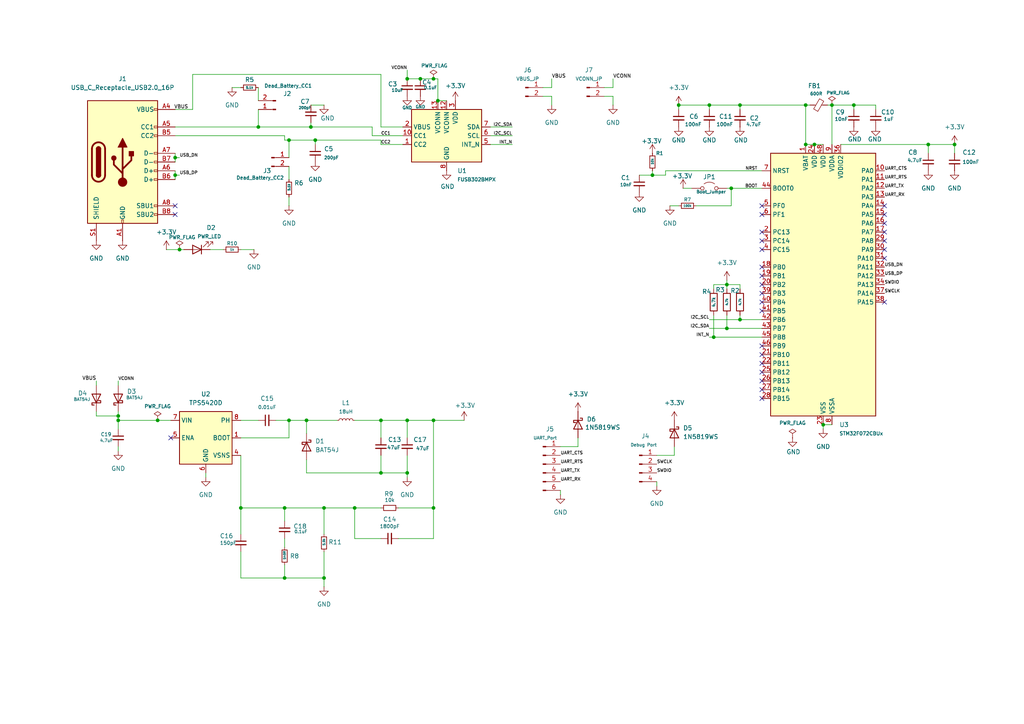
<source format=kicad_sch>
(kicad_sch (version 20250114) (generator "eeschema") (generator_version "9.0")
  (paper "A4")
  (junction (at 233.68 30.48))
  (junction (at 74.93 36.83))
  (junction (at 118.11 121.92))
  (junction (at 82.55 147.32))
  (junction (at 118.11 137.16))
  (junction (at 50.8 50.8))
  (junction (at 276.86 41.91))
  (junction (at 238.76 123.19))
  (junction (at 90.17 36.83))
  (junction (at 233.68 41.91))
  (junction (at 236.22 41.91))
  (junction (at 189.23 50.8))
  (junction (at 82.55 167.64))
  (junction (at 102.87 147.32))
  (junction (at 91.44 40.64))
  (junction (at 210.82 82.55))
  (junction (at 34.29 121.92))
  (junction (at 125.73 22.86))
  (junction (at 88.9 121.92))
  (junction (at 121.92 22.86))
  (junction (at 93.98 147.32))
  (junction (at 93.98 167.64))
  (junction (at 241.3 30.48))
  (junction (at 125.73 147.32))
  (junction (at 212.09 54.61))
  (junction (at 69.85 147.32))
  (junction (at 127 29.21))
  (junction (at 83.82 40.64))
  (junction (at 83.82 121.92))
  (junction (at 214.63 92.71))
  (junction (at 210.82 95.25))
  (junction (at 110.49 121.92))
  (junction (at 214.63 30.48))
  (junction (at 196.85 30.48))
  (junction (at 110.49 137.16))
  (junction (at 125.73 121.92))
  (junction (at 118.11 22.86))
  (junction (at 45.72 121.92))
  (junction (at 50.8 45.72))
  (junction (at 269.24 41.91))
  (junction (at 205.74 30.48))
  (junction (at 207.01 97.79))
  (junction (at 247.65 30.48))
  (junction (at 34.29 120.65))
  (junction (at 52.07 72.39))
  (no_connect (at 220.98 80.01))
  (no_connect (at 220.98 69.85))
  (no_connect (at 220.98 62.23))
  (no_connect (at 256.54 62.23))
  (no_connect (at 49.53 127))
  (no_connect (at 256.54 59.69))
  (no_connect (at 220.98 82.55))
  (no_connect (at 256.54 87.63))
  (no_connect (at 50.8 59.69))
  (no_connect (at 220.98 102.87))
  (no_connect (at 256.54 72.39))
  (no_connect (at 256.54 67.31))
  (no_connect (at 220.98 100.33))
  (no_connect (at 220.98 85.09))
  (no_connect (at 256.54 69.85))
  (no_connect (at 220.98 113.03))
  (no_connect (at 220.98 105.41))
  (no_connect (at 220.98 72.39))
  (no_connect (at 220.98 115.57))
  (no_connect (at 256.54 64.77))
  (no_connect (at 220.98 77.47))
  (no_connect (at 220.98 90.17))
  (no_connect (at 220.98 107.95))
  (no_connect (at 50.8 62.23))
  (no_connect (at 220.98 59.69))
  (no_connect (at 220.98 87.63))
  (no_connect (at 256.54 74.93))
  (no_connect (at 220.98 110.49))
  (no_connect (at 220.98 67.31))
  (wire (pts (xy 190.5 132.08) (xy 195.58 132.08)))
  (wire (pts (xy 88.9 121.92) (xy 88.9 125.73)))
  (wire (pts (xy 125.73 121.92) (xy 125.73 147.32)))
  (wire (pts (xy 110.49 40.64) (xy 110.49 41.91)))
  (wire (pts (xy 118.11 121.92) (xy 118.11 127)))
  (wire (pts (xy 50.8 36.83) (xy 74.93 36.83)))
  (wire (pts (xy 125.73 121.92) (xy 134.62 121.92)))
  (wire (pts (xy 207.01 82.55) (xy 210.82 82.55)))
  (wire (pts (xy 34.29 129.54) (xy 34.29 130.81)))
  (wire (pts (xy 90.17 35.56) (xy 90.17 36.83)))
  (wire (pts (xy 269.24 41.91) (xy 276.86 41.91)))
  (wire (pts (xy 205.74 30.48) (xy 214.63 30.48)))
  (wire (pts (xy 177.8 27.94) (xy 177.8 30.48)))
  (wire (pts (xy 205.74 30.48) (xy 205.74 31.75)))
  (wire (pts (xy 210.82 54.61) (xy 212.09 54.61)))
  (wire (pts (xy 27.94 110.49) (xy 27.94 111.76)))
  (wire (pts (xy 69.85 147.32) (xy 82.55 147.32)))
  (wire (pts (xy 167.64 127) (xy 167.64 129.54)))
  (wire (pts (xy 196.85 30.48) (xy 196.85 31.75)))
  (wire (pts (xy 110.49 36.83) (xy 116.84 36.83)))
  (wire (pts (xy 34.29 121.92) (xy 45.72 121.92)))
  (wire (pts (xy 50.8 45.72) (xy 50.8 44.45)))
  (wire (pts (xy 82.55 147.32) (xy 93.98 147.32)))
  (wire (pts (xy 127 29.21) (xy 127 22.86)))
  (wire (pts (xy 50.8 45.72) (xy 50.8 46.99)))
  (wire (pts (xy 83.82 40.64) (xy 91.44 40.64)))
  (wire (pts (xy 88.9 137.16) (xy 110.49 137.16)))
  (wire (pts (xy 177.8 22.86) (xy 177.8 25.4)))
  (wire (pts (xy 148.59 36.83) (xy 142.24 36.83)))
  (wire (pts (xy 214.63 91.44) (xy 214.63 92.71)))
  (wire (pts (xy 205.74 95.25) (xy 210.82 95.25)))
  (wire (pts (xy 162.56 142.24) (xy 162.56 143.51)))
  (wire (pts (xy 210.82 95.25) (xy 220.98 95.25)))
  (wire (pts (xy 125.73 22.86) (xy 127 22.86)))
  (wire (pts (xy 82.55 40.64) (xy 83.82 40.64)))
  (wire (pts (xy 52.07 50.8) (xy 50.8 50.8)))
  (wire (pts (xy 241.3 30.48) (xy 247.65 30.48)))
  (wire (pts (xy 118.11 137.16) (xy 118.11 138.43)))
  (wire (pts (xy 241.3 30.48) (xy 241.3 41.91)))
  (wire (pts (xy 214.63 92.71) (xy 220.98 92.71)))
  (wire (pts (xy 107.95 39.37) (xy 116.84 39.37)))
  (wire (pts (xy 69.85 147.32) (xy 69.85 154.94)))
  (wire (pts (xy 83.82 121.92) (xy 88.9 121.92)))
  (wire (pts (xy 110.49 36.83) (xy 110.49 21.59)))
  (wire (pts (xy 148.59 39.37) (xy 142.24 39.37)))
  (wire (pts (xy 233.68 30.48) (xy 234.95 30.48)))
  (wire (pts (xy 214.63 83.82) (xy 214.63 82.55)))
  (wire (pts (xy 118.11 22.86) (xy 121.92 22.86)))
  (wire (pts (xy 193.04 49.53) (xy 220.98 49.53)))
  (wire (pts (xy 125.73 156.21) (xy 125.73 147.32)))
  (wire (pts (xy 110.49 21.59) (xy 55.88 21.59)))
  (wire (pts (xy 205.74 92.71) (xy 214.63 92.71)))
  (wire (pts (xy 69.85 72.39) (xy 73.66 72.39)))
  (wire (pts (xy 102.87 121.92) (xy 110.49 121.92)))
  (wire (pts (xy 110.49 41.91) (xy 116.84 41.91)))
  (wire (pts (xy 247.65 30.48) (xy 254 30.48)))
  (wire (pts (xy 233.68 30.48) (xy 233.68 41.91)))
  (wire (pts (xy 214.63 30.48) (xy 214.63 31.75)))
  (wire (pts (xy 45.72 121.92) (xy 49.53 121.92)))
  (wire (pts (xy 195.58 132.08) (xy 195.58 129.54)))
  (wire (pts (xy 107.95 36.83) (xy 107.95 39.37)))
  (wire (pts (xy 91.44 40.64) (xy 110.49 40.64)))
  (wire (pts (xy 74.93 25.4) (xy 74.93 29.21)))
  (wire (pts (xy 110.49 137.16) (xy 118.11 137.16)))
  (wire (pts (xy 27.94 120.65) (xy 34.29 120.65)))
  (wire (pts (xy 27.94 119.38) (xy 27.94 120.65)))
  (wire (pts (xy 74.93 36.83) (xy 90.17 36.83)))
  (wire (pts (xy 74.93 31.75) (xy 74.93 36.83)))
  (wire (pts (xy 34.29 120.65) (xy 34.29 121.92)))
  (wire (pts (xy 90.17 30.48) (xy 93.98 30.48)))
  (wire (pts (xy 90.17 36.83) (xy 107.95 36.83)))
  (wire (pts (xy 83.82 40.64) (xy 83.82 45.72)))
  (wire (pts (xy 254 30.48) (xy 254 31.75)))
  (wire (pts (xy 121.92 22.86) (xy 125.73 22.86)))
  (wire (pts (xy 127 29.21) (xy 129.54 29.21)))
  (wire (pts (xy 193.04 49.53) (xy 193.04 50.8)))
  (wire (pts (xy 247.65 30.48) (xy 247.65 31.75)))
  (wire (pts (xy 88.9 121.92) (xy 97.79 121.92)))
  (wire (pts (xy 50.8 39.37) (xy 82.55 39.37)))
  (wire (pts (xy 207.01 97.79) (xy 220.98 97.79)))
  (wire (pts (xy 269.24 41.91) (xy 269.24 44.45)))
  (wire (pts (xy 189.23 50.8) (xy 185.42 50.8)))
  (wire (pts (xy 69.85 160.02) (xy 69.85 167.64)))
  (wire (pts (xy 118.11 121.92) (xy 125.73 121.92)))
  (wire (pts (xy 50.8 50.8) (xy 50.8 49.53)))
  (wire (pts (xy 34.29 124.46) (xy 34.29 121.92)))
  (wire (pts (xy 69.85 127) (xy 83.82 127)))
  (wire (pts (xy 82.55 147.32) (xy 82.55 151.13)))
  (wire (pts (xy 236.22 41.91) (xy 233.68 41.91)))
  (wire (pts (xy 243.84 41.91) (xy 269.24 41.91)))
  (wire (pts (xy 82.55 39.37) (xy 82.55 40.64)))
  (wire (pts (xy 212.09 54.61) (xy 220.98 54.61)))
  (wire (pts (xy 190.5 140.97) (xy 190.5 139.7)))
  (wire (pts (xy 69.85 121.92) (xy 74.93 121.92)))
  (wire (pts (xy 175.26 27.94) (xy 177.8 27.94)))
  (wire (pts (xy 210.82 91.44) (xy 210.82 95.25)))
  (wire (pts (xy 110.49 121.92) (xy 118.11 121.92)))
  (wire (pts (xy 93.98 147.32) (xy 102.87 147.32)))
  (wire (pts (xy 82.55 163.83) (xy 82.55 167.64)))
  (wire (pts (xy 50.8 31.75) (xy 55.88 31.75)))
  (wire (pts (xy 175.26 25.4) (xy 177.8 25.4)))
  (wire (pts (xy 80.01 121.92) (xy 83.82 121.92)))
  (wire (pts (xy 210.82 82.55) (xy 210.82 83.82)))
  (wire (pts (xy 69.85 132.08) (xy 69.85 147.32)))
  (wire (pts (xy 207.01 82.55) (xy 207.01 83.82)))
  (wire (pts (xy 83.82 127) (xy 83.82 121.92)))
  (wire (pts (xy 212.09 59.69) (xy 212.09 54.61)))
  (wire (pts (xy 118.11 132.08) (xy 118.11 137.16)))
  (wire (pts (xy 67.31 25.4) (xy 69.85 25.4)))
  (wire (pts (xy 160.02 27.94) (xy 157.48 27.94)))
  (wire (pts (xy 115.57 147.32) (xy 125.73 147.32)))
  (wire (pts (xy 50.8 50.8) (xy 50.8 52.07)))
  (wire (pts (xy 83.82 48.26) (xy 83.82 52.07)))
  (wire (pts (xy 110.49 121.92) (xy 110.49 127)))
  (wire (pts (xy 115.57 156.21) (xy 125.73 156.21)))
  (wire (pts (xy 52.07 72.39) (xy 53.34 72.39)))
  (wire (pts (xy 93.98 167.64) (xy 93.98 170.18)))
  (wire (pts (xy 196.85 30.48) (xy 205.74 30.48)))
  (wire (pts (xy 189.23 50.8) (xy 189.23 49.53)))
  (wire (pts (xy 276.86 41.91) (xy 276.86 44.45)))
  (wire (pts (xy 59.69 138.43) (xy 59.69 137.16)))
  (wire (pts (xy 52.07 45.72) (xy 50.8 45.72)))
  (wire (pts (xy 93.98 147.32) (xy 93.98 154.94)))
  (wire (pts (xy 34.29 119.38) (xy 34.29 120.65)))
  (wire (pts (xy 238.76 41.91) (xy 236.22 41.91)))
  (wire (pts (xy 88.9 133.35) (xy 88.9 137.16)))
  (wire (pts (xy 157.48 25.4) (xy 160.02 25.4)))
  (wire (pts (xy 82.55 167.64) (xy 93.98 167.64)))
  (wire (pts (xy 193.04 50.8) (xy 189.23 50.8)))
  (wire (pts (xy 240.03 30.48) (xy 241.3 30.48)))
  (wire (pts (xy 110.49 132.08) (xy 110.49 137.16)))
  (wire (pts (xy 214.63 82.55) (xy 210.82 82.55)))
  (wire (pts (xy 160.02 27.94) (xy 160.02 30.48)))
  (wire (pts (xy 210.82 81.28) (xy 210.82 82.55)))
  (wire (pts (xy 233.68 30.48) (xy 214.63 30.48)))
  (wire (pts (xy 102.87 156.21) (xy 110.49 156.21)))
  (wire (pts (xy 69.85 167.64) (xy 82.55 167.64)))
  (wire (pts (xy 102.87 147.32) (xy 110.49 147.32)))
  (wire (pts (xy 82.55 156.21) (xy 82.55 158.75)))
  (wire (pts (xy 201.93 59.69) (xy 212.09 59.69)))
  (wire (pts (xy 205.74 97.79) (xy 207.01 97.79)))
  (wire (pts (xy 83.82 57.15) (xy 83.82 59.69)))
  (wire (pts (xy 160.02 22.86) (xy 160.02 25.4)))
  (wire (pts (xy 55.88 21.59) (xy 55.88 31.75)))
  (wire (pts (xy 60.96 72.39) (xy 64.77 72.39)))
  (wire (pts (xy 194.31 59.69) (xy 196.85 59.69)))
  (wire (pts (xy 91.44 40.64) (xy 91.44 41.91)))
  (wire (pts (xy 207.01 91.44) (xy 207.01 97.79)))
  (wire (pts (xy 102.87 147.32) (xy 102.87 156.21)))
  (wire (pts (xy 93.98 160.02) (xy 93.98 167.64)))
  (wire (pts (xy 238.76 124.46) (xy 238.76 123.19)))
  (wire (pts (xy 162.56 129.54) (xy 167.64 129.54)))
  (wire (pts (xy 142.24 41.91) (xy 148.59 41.91)))
  (wire (pts (xy 198.12 54.61) (xy 200.66 54.61)))
  (wire (pts (xy 48.26 72.39) (xy 52.07 72.39)))
  (wire (pts (xy 118.11 20.32) (xy 118.11 22.86)))
  (wire (pts (xy 238.76 123.19) (xy 241.3 123.19)))
  (wire (pts (xy 34.29 110.49) (xy 34.29 111.76)))
  (label "SWCLK" (at 256.54 85.09 0) (effects (font (size 0.889 0.889))))
  (label "SWDIO" (at 190.5 137.16 0) (effects (font (size 0.889 0.889))))
  (label "UART_RX" (at 256.54 57.15 0) (effects (font (size 0.889 0.889))))
  (label "VBUS" (at 54.61 31.75 180) (effects (font (size 1.016 1.016))))
  (label "UART_CTS" (at 256.54 49.53 0) (effects (font (size 0.889 0.889))))
  (label "I2C_SDA" (at 205.74 95.25 180) (effects (font (size 0.889 0.889))))
  (label "CC2" (at 110.49 41.91 0) (effects (font (size 0.889 0.889))))
  (label "I2C_SCL" (at 205.74 92.71 180) (effects (font (size 0.889 0.889))))
  (label "SWDIO" (at 256.54 82.55 0) (effects (font (size 0.889 0.889))))
  (label "USB_DN" (at 256.54 77.47 0) (effects (font (size 0.889 0.889))))
  (label "SWCLK" (at 190.5 134.62 0) (effects (font (size 0.889 0.889))))
  (label "VBUS" (at 27.94 110.49 180) (effects (font (size 1.016 1.016))))
  (label "VCONN" (at 34.29 110.49 0) (effects (font (size 0.889 0.889))))
  (label "INT_N" (at 205.74 97.79 180) (effects (font (size 0.889 0.889))))
  (label "I2C_SDA" (at 148.59 36.83 180) (effects (font (size 0.889 0.889))))
  (label "INT_N" (at 148.59 41.91 180) (effects (font (size 0.889 0.889))))
  (label "VCONN" (at 118.11 20.32 180) (effects (font (size 0.889 0.889))))
  (label "NRST" (at 219.71 49.53 180) (effects (font (size 0.889 0.889))))
  (label "UART_RTS" (at 256.54 52.07 0) (effects (font (size 0.889 0.889))))
  (label "USB_DN" (at 52.07 45.72 0) (effects (font (size 0.889 0.889))))
  (label "UART_TX" (at 162.56 137.16 0) (effects (font (size 0.889 0.889))))
  (label "VBUS" (at 160.02 22.86 0) (effects (font (size 1.016 1.016))))
  (label "USB_DP" (at 52.07 50.8 0) (effects (font (size 0.889 0.889))))
  (label "I2C_SCL" (at 148.59 39.37 180) (effects (font (size 0.889 0.889))))
  (label "UART_RX" (at 162.56 139.7 0) (effects (font (size 0.889 0.889))))
  (label "UART_RTS" (at 162.56 134.62 0) (effects (font (size 0.889 0.889))))
  (label "UART_CTS" (at 162.56 132.08 0) (effects (font (size 0.889 0.889))))
  (label "CC1" (at 110.49 39.37 0) (effects (font (size 0.889 0.889))))
  (label "BOOT" (at 219.71 54.61 180) (effects (font (size 0.889 0.889))))
  (label "VCONN" (at 177.8 22.86 0) (effects (font (size 1.016 1.016))))
  (label "UART_TX" (at 256.54 54.61 0) (effects (font (size 0.889 0.889))))
  (label "USB_DP" (at 256.54 80.01 0) (effects (font (size 0.889 0.889))))
  (symbol (lib_id "Diode:BAT54J") (at 27.94 115.57 90) (unit 1)
    (property "Reference" "D4" (at 22.606 114.046 90) (effects (justify right)))
    (property "Value" "BAT54J" (at 21.336 115.824 90) (effects (font (size 0.889 0.889)) (justify right)))
    (property "Footprint" "Diode_SMD:D_SOD-323F" (effects (hide yes)))
    (property "Datasheet" "https://assets.nexperia.com/documents/data-sheet/BAT54J.pdf" (effects (hide yes)))
    (property "Description" "30V 200mA Schottky diode, SOD-323F" (effects (hide yes)))
  )
  (symbol (lib_id "Diode:BAT54J") (at 88.9 129.54 270) (unit 1)
    (property "Reference" "D1" (at 91.44 127.9524 90) (effects (justify left)))
    (property "Value" "BAT54J" (at 91.44 130.4924 90) (effects (justify left)))
    (property "Footprint" "Diode_SMD:D_SOD-323F" (effects (hide yes)))
    (property "Datasheet" "https://assets.nexperia.com/documents/data-sheet/BAT54J.pdf" (effects (hide yes)))
    (property "Description" "30V 200mA Schottky diode, SOD-323F" (effects (hide yes)))
  )
  (symbol (lib_name "R_Small_1") (lib_id "Device:R_Small") (at 189.23 46.99 0) (unit 1)
    (property "Reference" "R1" (at 190.246 44.45 0) (effects (font (size 1.016 1.016)) (justify left)))
    (property "Value" "10k" (at 189.23 47.752 90) (effects (font (size 0.635 0.635)) (justify left)))
    (property "Footprint" "Resistor_SMD:R_0402_1005Metric" (effects (hide yes)))
    (property "Description" "Resistor, small symbol" (effects (hide yes)))
  )
  (symbol (lib_id "power:+3.3V") (at 134.62 121.92 0) (unit 1)
    (property "Reference" "#PWR037" (effects (hide yes)))
    (property "Value" "+3.3V" (at 134.874 117.602 0))
    (property "Description" "Power symbol creates a global label with name \"+3.3V\"" (effects (hide yes)))
  )
  (symbol (lib_id "power:GND") (at 185.42 55.88 0) (unit 1)
    (property "Reference" "#PWR016" (effects (hide yes)))
    (property "Value" "GND" (at 185.42 60.96 0))
    (property "Description" "Power symbol creates a global label with name \"GND\" , ground" (effects (hide yes)))
  )
  (symbol (lib_id "power:PWR_FLAG") (at 241.3 30.48 0) (unit 1)
    (property "Reference" "#FLG03" (effects (hide yes)))
    (property "Value" "PWR_FLAG" (at 243.078 26.924 0) (effects (font (size 0.889 0.889))))
    (property "Description" "Special symbol for telling ERC where power comes from" (effects (hide yes)))
  )
  (symbol (lib_id "Device:R_Small") (at 93.98 157.48 0) (unit 1)
    (property "Reference" "R11" (at 95.25 157.226 0) (effects (justify left)))
    (property "Value" "5.9k" (at 93.98 158.242 90) (effects (font (size 0.635 0.635)) (justify left)))
    (property "Footprint" "Resistor_SMD:R_0402_1005Metric" (effects (hide yes)))
    (property "Description" "Resistor, small symbol" (effects (hide yes)))
  )
  (symbol (lib_id "Device:R_Small") (at 72.39 25.4 90) (unit 1)
    (property "Reference" "R5" (at 72.39 23.114 90))
    (property "Value" "5.1k" (at 72.39 25.4 90) (effects (font (size 0.635 0.635))))
    (property "Footprint" "Resistor_SMD:R_0402_1005Metric" (effects (hide yes)))
    (property "Description" "Resistor, small symbol" (effects (hide yes)))
  )
  (symbol (lib_id "Device:R") (at 210.82 87.63 0) (unit 1)
    (property "Reference" "R3" (at 207.518 84.074 0) (effects (justify left)))
    (property "Value" "4.7k" (at 210.82 88.646 90) (effects (font (size 0.635 0.635)) (justify left)))
    (property "Footprint" "Resistor_SMD:R_0402_1005Metric" (effects (hide yes)))
    (property "Description" "Resistor" (effects (hide yes)))
  )
  (symbol (lib_id "power:GND") (at 214.63 36.83 0) (unit 1)
    (property "Reference" "#PWR024" (effects (hide yes)))
    (property "Value" "GND" (at 214.884 40.64 0))
    (property "Description" "Power symbol creates a global label with name \"GND\" , ground" (effects (hide yes)))
  )
  (symbol (lib_id "power:GND") (at 83.82 59.69 0) (unit 1)
    (property "Reference" "#PWR05" (effects (hide yes)))
    (property "Value" "GND" (at 83.82 64.77 0))
    (property "Description" "Power symbol creates a global label with name \"GND\" , ground" (effects (hide yes)))
  )
  (symbol (lib_id "MCU_ST_STM32F0:STM32F072CBUx") (at 238.76 82.55 0) (unit 1)
    (property "Reference" "U3" (at 243.4433 123.19 0) (effects (justify left)))
    (property "Value" "STM32F072CBUx" (at 243.4433 125.73 0) (effects (font (size 1.016 1.016)) (justify left)))
    (property "Footprint" "Package_DFN_QFN:QFN-48-1EP_7x7mm_P0.5mm_EP5.6x5.6mm" (effects (hide yes)))
    (property "Datasheet" "https://www.st.com/resource/en/datasheet/stm32f072cb.pdf" (effects (hide yes)))
    (property "Description" "STMicroelectronics Arm Cortex-M0 MCU, 128KB flash, 16KB RAM, 48 MHz, 2.0-3.6V, 37 GPIO, UFQFPN48" (effects (hide yes)))
  )
  (symbol (lib_id "Device:C_Small") (at 276.86 46.99 0) (unit 1)
    (property "Reference" "C12" (at 279.146 44.196 0) (effects (justify left)))
    (property "Value" "100nF" (at 279.146 46.99 0) (effects (font (size 1.016 1.016)) (justify left)))
    (property "Footprint" "Capacitor_SMD:C_0402_1005Metric" (effects (hide yes)))
    (property "Description" "Unpolarized capacitor, small symbol" (effects (hide yes)))
  )
  (symbol (lib_id "power:GND") (at 160.02 30.48 0) (unit 1)
    (property "Reference" "#PWR015" (effects (hide yes)))
    (property "Value" "GND" (at 160.02 35.56 0))
    (property "Description" "Power symbol creates a global label with name \"GND\" , ground" (effects (hide yes)))
  )
  (symbol (lib_id "power:GND") (at 35.56 69.85 0) (unit 1)
    (property "Reference" "#PWR01" (effects (hide yes)))
    (property "Value" "GND" (at 35.56 74.93 0))
    (property "Description" "Power symbol creates a global label with name \"GND\" , ground" (effects (hide yes)))
  )
  (symbol (lib_id "Device:C_Small") (at 205.74 34.29 0) (unit 1)
    (property "Reference" "C11" (at 208.534 33.782 0) (effects (justify left)))
    (property "Value" "100nF" (at 207.772 36.068 0) (effects (font (size 1.016 1.016)) (justify left)))
    (property "Footprint" "Capacitor_SMD:C_0402_1005Metric" (effects (hide yes)))
    (property "Description" "Unpolarized capacitor, small symbol" (effects (hide yes)))
  )
  (symbol (lib_id "power:+3.3V") (at 132.08 29.21 0) (unit 1)
    (property "Reference" "#PWR08" (effects (hide yes)))
    (property "Value" "+3.3V" (at 132.08 24.892 0))
    (property "Description" "Power symbol creates a global label with name \"+3.3V\"" (effects (hide yes)))
  )
  (symbol (lib_id "power:GND") (at 121.92 27.94 0) (unit 1)
    (property "Reference" "#PWR034" (effects (hide yes)))
    (property "Value" "GND" (at 121.92 30.988 0) (effects (font (size 0.889 0.889))))
    (property "Description" "Power symbol creates a global label with name \"GND\" , ground" (effects (hide yes)))
  )
  (symbol (lib_id "power:PWR_FLAG") (at 45.72 121.92 0) (unit 1)
    (property "Reference" "#FLG01" (effects (hide yes)))
    (property "Value" "PWR_FLAG" (at 45.72 117.856 0) (effects (font (size 1.016 1.016))))
    (property "Description" "Special symbol for telling ERC where power comes from" (effects (hide yes)))
  )
  (symbol (lib_id "power:+3.3V") (at 48.26 72.39 0) (unit 1)
    (property "Reference" "#PWR04" (effects (hide yes)))
    (property "Value" "+3.3V" (at 48.26 67.31 0))
    (property "Description" "Power symbol creates a global label with name \"+3.3V\"" (effects (hide yes)))
  )
  (symbol (lib_id "Device:C_Small") (at 82.55 153.67 0) (unit 1)
    (property "Reference" "C18" (at 85.09 152.654 0) (effects (justify left)))
    (property "Value" "0.1uF" (at 85.344 154.178 0) (effects (font (size 0.889 0.889)) (justify left)))
    (property "Footprint" "Capacitor_SMD:C_0603_1608Metric" (effects (hide yes)))
    (property "Description" "Unpolarized capacitor, small symbol" (effects (hide yes)))
  )
  (symbol (lib_id "power:GND") (at 196.85 36.83 0) (unit 1)
    (property "Reference" "#PWR020" (effects (hide yes)))
    (property "Value" "GND" (at 196.85 40.64 0))
    (property "Description" "Power symbol creates a global label with name \"GND\" , ground" (effects (hide yes)))
  )
  (symbol (lib_id "power:GND") (at 91.44 46.99 0) (unit 1)
    (property "Reference" "#PWR013" (effects (hide yes)))
    (property "Value" "GND" (at 91.44 52.07 0))
    (property "Description" "Power symbol creates a global label with name \"GND\" , ground" (effects (hide yes)))
  )
  (symbol (lib_id "Regulator_Switching:TPS5420D") (at 59.69 127 0) (unit 1)
    (property "Reference" "U2" (at 59.69 114.3 0))
    (property "Value" "TPS5420D" (at 59.69 116.84 0))
    (property "Footprint" "Package_SO:SOIC-8_3.9x4.9mm_P1.27mm" (effects (hide yes)))
    (property "Datasheet" "http://www.ti.com/lit/ds/symlink/tps5420.pdf" (effects (hide yes)))
    (property "Description" "Adjustable Output, 2A Step-Down Converter, 5.5V-36V Input, 500kHz Switching Frequency" (effects (hide yes)))
  )
  (symbol (lib_id "Device:C_Small") (at 269.24 46.99 0) (unit 1)
    (property "Reference" "C8" (at 263.398 44.196 0) (effects (justify left)))
    (property "Value" "4.7uF" (at 263.144 46.482 0) (effects (font (size 1.016 1.016)) (justify left)))
    (property "Footprint" "Capacitor_SMD:C_0603_1608Metric" (effects (hide yes)))
    (property "Description" "Unpolarized capacitor, small symbol" (effects (hide yes)))
  )
  (symbol (lib_id "Connector:Conn_01x04_Pin") (at 185.42 134.62 0) (unit 1)
    (property "Reference" "J4" (at 187.198 126.492 0))
    (property "Value" "Debug Port" (at 186.69 129.032 0) (effects (font (size 0.889 0.889))))
    (property "Footprint" "Connector_PinHeader_2.54mm:PinHeader_1x04_P2.54mm_Vertical" (effects (hide yes)))
    (property "Description" "Generic connector, single row, 01x04, script generated" (effects (hide yes)))
  )
  (symbol (lib_id "power:+3.3V") (at 167.64 119.38 0) (unit 1)
    (property "Reference" "#PWR011" (effects (hide yes)))
    (property "Value" "+3.3V" (at 167.64 114.3 0))
    (property "Description" "Power symbol creates a global label with name \"+3.3V\"" (effects (hide yes)))
  )
  (symbol (lib_id "power:PWR_FLAG") (at 229.87 127 0) (unit 1)
    (property "Reference" "#FLG02" (effects (hide yes)))
    (property "Value" "PWR_FLAG" (at 229.87 122.682 0) (effects (font (size 1.016 1.016))))
    (property "Description" "Special symbol for telling ERC where power comes from" (effects (hide yes)))
  )
  (symbol (lib_id "Diode:1N5819WS") (at 167.64 123.19 270) (unit 1)
    (property "Reference" "D6" (at 170.18 121.6024 90) (effects (justify left)))
    (property "Value" "1N5819WS" (at 169.672 123.952 90) (effects (justify left)))
    (property "Footprint" "Diode_SMD:D_SOD-323" (effects (hide yes)))
    (property "Datasheet" "https://datasheet.lcsc.com/lcsc/2204281430_Guangdong-Hottech-1N5819WS_C191023.pdf" (effects (hide yes)))
    (property "Description" "40V 600mV@1A 1A SOD-323 Schottky Barrier Diodes, SOD-323" (effects (hide yes)))
  )
  (symbol (lib_id "power:GND") (at 93.98 170.18 0) (unit 1)
    (property "Reference" "#PWR039" (effects (hide yes)))
    (property "Value" "GND" (at 93.98 175.26 0))
    (property "Description" "Power symbol creates a global label with name \"GND\" , ground" (effects (hide yes)))
  )
  (symbol (lib_id "power:GND") (at 34.29 130.81 0) (unit 1)
    (property "Reference" "#PWR035" (effects (hide yes)))
    (property "Value" "GND" (at 34.29 135.89 0))
    (property "Description" "Power symbol creates a global label with name \"GND\" , ground" (effects (hide yes)))
  )
  (symbol (lib_id "power:GND") (at 93.98 30.48 0) (unit 1)
    (property "Reference" "#PWR03" (effects (hide yes)))
    (property "Value" "GND" (at 94.996 34.29 0))
    (property "Description" "Power symbol creates a global label with name \"GND\" , ground" (effects (hide yes)))
  )
  (symbol (lib_id "Diode:1N5819WS") (at 195.58 125.73 270) (unit 1)
    (property "Reference" "D5" (at 198.12 124.1424 90) (effects (justify left)))
    (property "Value" "1N5819WS" (at 198.12 126.6824 90) (effects (justify left)))
    (property "Footprint" "Diode_SMD:D_SOD-323" (effects (hide yes)))
    (property "Datasheet" "https://datasheet.lcsc.com/lcsc/2204281430_Guangdong-Hottech-1N5819WS_C191023.pdf" (effects (hide yes)))
    (property "Description" "40V 600mV@1A 1A SOD-323 Schottky Barrier Diodes, SOD-323" (effects (hide yes)))
  )
  (symbol (lib_id "Device:C_Small") (at 118.11 129.54 0) (unit 1)
    (property "Reference" "C17" (at 119.888 127.508 0) (effects (justify left)))
    (property "Value" "47uF" (at 120.65 130.048 0) (effects (font (size 1.016 1.016)) (justify left)))
    (property "Footprint" "Capacitor_SMD:C_0805_2012Metric" (effects (hide yes)))
    (property "Description" "Unpolarized capacitor, small symbol" (effects (hide yes)))
  )
  (symbol (lib_id "Device:C_Small") (at 196.85 34.29 0) (unit 1)
    (property "Reference" "C6" (at 199.898 33.782 0) (effects (justify left)))
    (property "Value" "100nF" (at 198.628 36.068 0) (effects (font (size 1.016 1.016)) (justify left)))
    (property "Footprint" "Capacitor_SMD:C_0402_1005Metric" (effects (hide yes)))
    (property "Description" "Unpolarized capacitor, small symbol" (effects (hide yes)))
  )
  (symbol (lib_id "Device:C_Small") (at 91.44 44.45 0) (unit 1)
    (property "Reference" "C5" (at 93.98 43.1862 0) (effects (justify left)))
    (property "Value" "200pF" (at 93.98 45.7263 0) (effects (font (size 0.889 0.889)) (justify left)))
    (property "Footprint" "Capacitor_SMD:C_0402_1005Metric" (effects (hide yes)))
    (property "Description" "Unpolarized capacitor, small symbol" (effects (hide yes)))
  )
  (symbol (lib_id "power:GND") (at 205.74 36.83 0) (unit 1)
    (property "Reference" "#PWR022" (effects (hide yes)))
    (property "Value" "GND" (at 205.74 40.64 0))
    (property "Description" "Power symbol creates a global label with name \"GND\" , ground" (effects (hide yes)))
  )
  (symbol (lib_id "power:GND") (at 254 36.83 0) (unit 1)
    (property "Reference" "#PWR028" (effects (hide yes)))
    (property "Value" "GND" (at 253.746 40.386 0))
    (property "Description" "Power symbol creates a global label with name \"GND\" , ground" (effects (hide yes)))
  )
  (symbol (lib_id "power:GND") (at 229.87 127 0) (unit 1)
    (property "Reference" "#PWR06" (effects (hide yes)))
    (property "Value" "GND" (at 230.124 131.064 0))
    (property "Description" "Power symbol creates a global label with name \"GND\" , ground" (effects (hide yes)))
  )
  (symbol (lib_id "power:GND") (at 162.56 143.51 0) (unit 1)
    (property "Reference" "#PWR025" (effects (hide yes)))
    (property "Value" "GND" (at 162.56 148.59 0))
    (property "Description" "Power symbol creates a global label with name \"GND\" , ground" (effects (hide yes)))
  )
  (symbol (lib_id "Device:C_Small") (at 214.63 34.29 0) (unit 1)
    (property "Reference" "C2" (at 217.424 34.29 0) (effects (justify left)))
    (property "Value" "4.7uF" (at 216.408 36.068 0) (effects (font (size 1.016 1.016)) (justify left)))
    (property "Footprint" "Capacitor_SMD:C_0603_1608Metric" (effects (hide yes)))
    (property "Description" "Unpolarized capacitor, small symbol" (effects (hide yes)))
  )
  (symbol (lib_name "R_Small_2") (lib_id "Device:R_Small") (at 199.39 59.69 90) (unit 1)
    (property "Reference" "R7" (at 199.39 57.912 90) (effects (font (size 1.016 1.016))))
    (property "Value" "100k" (at 199.39 59.69 90) (effects (font (size 0.635 0.635))))
    (property "Footprint" "Resistor_SMD:R_0603_1608Metric" (effects (hide yes)))
    (property "Description" "Resistor, small symbol" (effects (hide yes)))
  )
  (symbol (lib_id "power:+3.3V") (at 198.12 54.61 0) (unit 1)
    (property "Reference" "#PWR021" (effects (hide yes)))
    (property "Value" "+3.3V" (at 197.866 51.054 0))
    (property "Description" "Power symbol creates a global label with name \"+3.3V\"" (effects (hide yes)))
  )
  (symbol (lib_id "power:GND") (at 238.76 124.46 0) (unit 1)
    (property "Reference" "#PWR026" (effects (hide yes)))
    (property "Value" "GND" (at 238.76 129.54 0))
    (property "Description" "Power symbol creates a global label with name \"GND\" , ground" (effects (hide yes)))
  )
  (symbol (lib_id "power:+3.3V") (at 210.82 81.28 0) (unit 1)
    (property "Reference" "#PWR023" (effects (hide yes)))
    (property "Value" "+3.3V" (at 210.82 76.2 0))
    (property "Description" "Power symbol creates a global label with name \"+3.3V\"" (effects (hide yes)))
  )
  (symbol (lib_id "Device:R") (at 214.63 87.63 0) (unit 1)
    (property "Reference" "R2" (at 211.836 84.328 0) (effects (justify left)))
    (property "Value" "4.7k" (at 214.63 88.646 90) (effects (font (size 0.635 0.635)) (justify left)))
    (property "Footprint" "Resistor_SMD:R_0402_1005Metric" (effects (hide yes)))
    (property "Description" "Resistor" (effects (hide yes)))
  )
  (symbol (lib_id "Device:R_Small") (at 113.03 147.32 90) (unit 1)
    (property "Reference" "R9" (at 112.776 143.256 90))
    (property "Value" "10k" (at 113.03 145.034 90) (effects (font (size 1.016 1.016))))
    (property "Footprint" "Resistor_SMD:R_0402_1005Metric" (effects (hide yes)))
    (property "Description" "Resistor, small symbol" (effects (hide yes)))
  )
  (symbol (lib_id "power:+3.3V") (at 196.85 30.48 0) (unit 1)
    (property "Reference" "#PWR019" (effects (hide yes)))
    (property "Value" "+3.3V" (at 196.85 25.4 0))
    (property "Description" "Power symbol creates a global label with name \"+3.3V\"" (effects (hide yes)))
  )
  (symbol (lib_id "Connector:Conn_01x02_Pin") (at 80.01 31.75 180) (unit 1)
    (property "Reference" "J2" (at 83.312 27.178 0))
    (property "Value" "Dead_Battery_CC1" (at 83.566 24.892 0) (effects (font (size 1.016 1.016))))
    (property "Footprint" "Connector_PinHeader_2.54mm:PinHeader_1x02_P2.54mm_Vertical" (effects (hide yes)))
    (property "Description" "Generic connector, single row, 01x02, script generated" (effects (hide yes)))
  )
  (symbol (lib_id "power:GND") (at 59.69 138.43 0) (unit 1)
    (property "Reference" "#PWR036" (effects (hide yes)))
    (property "Value" "GND" (at 59.69 143.51 0))
    (property "Description" "Power symbol creates a global label with name \"GND\" , ground" (effects (hide yes)))
  )
  (symbol (lib_id "Device:C_Small") (at 185.42 53.34 0) (unit 1)
    (property "Reference" "C1" (at 180.086 51.562 0) (effects (justify left)))
    (property "Value" "10nF" (at 179.832 53.594 0) (effects (font (size 0.889 0.889)) (justify left)))
    (property "Footprint" "Capacitor_SMD:C_0402_1005Metric" (effects (hide yes)))
    (property "Description" "Unpolarized capacitor, small symbol" (effects (hide yes)))
  )
  (symbol (lib_id "Device:R") (at 207.01 87.63 180) (unit 1)
    (property "Reference" "R4" (at 204.978 84.582 0))
    (property "Value" "4.7k" (at 207.01 87.63 90) (effects (font (size 0.889 0.889))))
    (property "Footprint" "Resistor_SMD:R_0402_1005Metric" (effects (hide yes)))
    (property "Description" "Resistor" (effects (hide yes)))
  )
  (symbol (lib_id "Connector:Conn_01x02_Pin") (at 78.74 45.72 0) (unit 1)
    (property "Reference" "J3" (at 77.47 49.53 0))
    (property "Value" "Dead_Battery_CC2" (at 75.438 51.562 0) (effects (font (size 1.016 1.016))))
    (property "Footprint" "Connector_PinHeader_2.54mm:PinHeader_1x02_P2.54mm_Vertical" (effects (hide yes)))
    (property "Description" "Generic connector, single row, 01x02, script generated" (effects (hide yes)))
  )
  (symbol (lib_id "Device:C_Small") (at 90.17 33.02 180) (unit 1)
    (property "Reference" "C7" (at 87.122 29.464 0) (effects (justify right)))
    (property "Value" "200pF" (at 86.614 31.242 0) (effects (font (size 0.762 0.762)) (justify right)))
    (property "Footprint" "Capacitor_SMD:C_0402_1005Metric" (effects (hide yes)))
    (property "Description" "Unpolarized capacitor, small symbol" (effects (hide yes)))
  )
  (symbol (lib_id "Device:C_Small") (at 254 34.29 0) (unit 1)
    (property "Reference" "C10" (at 255.524 32.512 0) (effects (justify left)))
    (property "Value" "1uF" (at 256.286 34.544 0) (effects (font (size 1.016 1.016)) (justify left)))
    (property "Footprint" "Capacitor_SMD:C_0603_1608Metric" (effects (hide yes)))
    (property "Description" "Unpolarized capacitor, small symbol" (effects (hide yes)))
  )
  (symbol (lib_id "Connector:Conn_01x02_Pin") (at 170.18 25.4 0) (unit 1)
    (property "Reference" "J7" (at 170.815 20.32 0))
    (property "Value" "VCONN_JP" (at 170.815 22.86 0) (effects (font (size 1.016 1.016))))
    (property "Footprint" "Connector_PinHeader_2.54mm:PinHeader_1x02_P2.54mm_Vertical" (effects (hide yes)))
    (property "Description" "Generic connector, single row, 01x02, script generated" (effects (hide yes)))
  )
  (symbol (lib_id "power:GND") (at 129.54 49.53 0) (mirror y) (unit 1)
    (property "Reference" "#PWR07" (effects (hide yes)))
    (property "Value" "GND" (at 129.794 54.102 0))
    (property "Description" "Power symbol creates a global label with name \"GND\" , ground" (effects (hide yes)))
  )
  (symbol (lib_id "Device:R_Small") (at 82.55 161.29 0) (unit 1)
    (property "Reference" "R8" (at 84.074 161.29 0) (effects (justify left)))
    (property "Value" "549R" (at 82.55 162.306 90) (effects (font (size 0.635 0.635)) (justify left)))
    (property "Footprint" "Resistor_SMD:R_0402_1005Metric" (effects (hide yes)))
    (property "Description" "Resistor, small symbol" (effects (hide yes)))
  )
  (symbol (lib_id "Device:C_Small") (at 34.29 127 0) (unit 1)
    (property "Reference" "C19" (at 29.21 125.984 0) (effects (font (size 1.016 1.016)) (justify left)))
    (property "Value" "4.7uF" (at 28.956 127.762 0) (effects (font (size 0.889 0.889)) (justify left)))
    (property "Footprint" "Capacitor_SMD:C_0603_1608Metric" (effects (hide yes)))
    (property "Description" "Unpolarized capacitor, small symbol" (effects (hide yes)))
  )
  (symbol (lib_id "power:+3.3V") (at 195.58 121.92 0) (unit 1)
    (property "Reference" "#PWR012" (effects (hide yes)))
    (property "Value" "+3.3V" (at 195.58 116.84 0))
    (property "Description" "Power symbol creates a global label with name \"+3.3V\"" (effects (hide yes)))
  )
  (symbol (lib_name "R_Small_3") (lib_id "Device:R_Small") (at 67.31 72.39 90) (unit 1)
    (property "Reference" "R10" (at 67.31 70.612 90) (effects (font (size 1.016 1.016))))
    (property "Value" "1k" (at 67.31 72.39 90) (effects (font (size 0.635 0.635))))
    (property "Footprint" "Resistor_SMD:R_0402_1005Metric" (effects (hide yes)))
    (property "Description" "Resistor, small symbol" (effects (hide yes)))
  )
  (symbol (lib_id "power:GND") (at 269.24 49.53 0) (unit 1)
    (property "Reference" "#PWR030" (effects (hide yes)))
    (property "Value" "GND" (at 269.24 54.61 0))
    (property "Description" "Power symbol creates a global label with name \"GND\" , ground" (effects (hide yes)))
  )
  (symbol (lib_id "power:+3.3V") (at 276.86 41.91 0) (unit 1)
    (property "Reference" "#PWR031" (effects (hide yes)))
    (property "Value" "+3.3V" (at 276.86 36.83 0))
    (property "Description" "Power symbol creates a global label with name \"+3.3V\"" (effects (hide yes)))
  )
  (symbol (lib_id "Connector:Conn_01x06_Pin") (at 157.48 134.62 0) (unit 1)
    (property "Reference" "J5" (at 159.512 124.46 0))
    (property "Value" "UART_Port" (at 158.115 127 0) (effects (font (size 0.889 0.889))))
    (property "Footprint" "Connector_PinHeader_2.54mm:PinHeader_1x06_P2.54mm_Vertical" (effects (hide yes)))
    (property "Description" "Generic connector, single row, 01x06, script generated" (effects (hide yes)))
  )
  (symbol (lib_id "power:GND") (at 27.94 69.85 0) (unit 1)
    (property "Reference" "#PWR010" (effects (hide yes)))
    (property "Value" "GND" (at 27.94 74.93 0))
    (property "Description" "Power symbol creates a global label with name \"GND\" , ground" (effects (hide yes)))
  )
  (symbol (lib_id "power:PWR_FLAG") (at 52.07 72.39 0) (unit 1)
    (property "Reference" "#FLG04" (effects (hide yes)))
    (property "Value" "PWR_FLAG" (at 52.832 68.834 0) (effects (font (size 1.016 1.016))))
    (property "Description" "Special symbol for telling ERC where power comes from" (effects (hide yes)))
  )
  (symbol (lib_id "power:GND") (at 67.31 25.4 0) (unit 1)
    (property "Reference" "#PWR02" (effects (hide yes)))
    (property "Value" "GND" (at 67.31 30.48 0))
    (property "Description" "Power symbol creates a global label with name \"GND\" , ground" (effects (hide yes)))
  )
  (symbol (lib_id "Device:C_Small") (at 118.11 25.4 0) (unit 1)
    (property "Reference" "C3" (at 112.522 24.384 0) (effects (justify left)))
    (property "Value" "10uF" (at 113.538 26.162 0) (effects (font (size 0.889 0.889)) (justify left)))
    (property "Footprint" "Capacitor_SMD:C_0603_1608Metric" (effects (hide yes)))
    (property "Description" "Unpolarized capacitor, small symbol" (effects (hide yes)))
  )
  (symbol (lib_id "Device:C_Small") (at 69.85 157.48 0) (unit 1)
    (property "Reference" "C16" (at 63.754 155.448 0) (effects (justify left)))
    (property "Value" "150pF" (at 63.754 157.48 0) (effects (font (size 1.016 1.016)) (justify left)))
    (property "Footprint" "Capacitor_SMD:C_0402_1005Metric" (effects (hide yes)))
    (property "Description" "Unpolarized capacitor, small symbol" (effects (hide yes)))
  )
  (symbol (lib_id "power:GND") (at 177.8 30.48 0) (unit 1)
    (property "Reference" "#PWR040" (effects (hide yes)))
    (property "Value" "GND" (at 177.8 35.56 0))
    (property "Description" "Power symbol creates a global label with name \"GND\" , ground" (effects (hide yes)))
  )
  (symbol (lib_id "power:GND") (at 190.5 140.97 0) (unit 1)
    (property "Reference" "#PWR029" (effects (hide yes)))
    (property "Value" "GND" (at 190.5 146.05 0))
    (property "Description" "Power symbol creates a global label with name \"GND\" , ground" (effects (hide yes)))
  )
  (symbol (lib_id "power:GND") (at 194.31 59.69 0) (unit 1)
    (property "Reference" "#PWR018" (effects (hide yes)))
    (property "Value" "GND" (at 194.31 64.77 0))
    (property "Description" "Power symbol creates a global label with name \"GND\" , ground" (effects (hide yes)))
  )
  (symbol (lib_id "Device:C_Small") (at 121.92 25.4 0) (unit 1)
    (property "Reference" "C4" (at 122.428 23.876 0) (effects (justify left)))
    (property "Value" "0.1uF" (at 122.936 25.4 0) (effects (font (size 0.889 0.889)) (justify left)))
    (property "Footprint" "Capacitor_SMD:C_0402_1005Metric" (effects (hide yes)))
    (property "Description" "Unpolarized capacitor, small symbol" (effects (hide yes)))
  )
  (symbol (lib_id "Interface_USB:FUSB302BMPX") (at 129.54 39.37 0) (mirror y) (unit 1)
    (property "Reference" "U1" (at 132.6581 49.53 0) (effects (justify right)))
    (property "Value" "FUSB302BMPX" (at 132.6581 52.07 0) (effects (font (size 1.016 1.016)) (justify right)))
    (property "Footprint" "Package_DFN_QFN:WQFN-14-1EP_2.5x2.5mm_P0.5mm_EP1.45x1.45mm" (effects (hide yes)))
    (property "Datasheet" "http://www.onsemi.com/pub/Collateral/FUSB302B-D.PDF" (effects (hide yes)))
    (property "Description" "Programmable USB Type-C Controller w/PD, I2C address 0x22, WQFN-14" (effects (hide yes)))
  )
  (symbol (lib_id "Diode:BAT54J") (at 34.29 115.57 90) (unit 1)
    (property "Reference" "D3" (at 36.83 113.538 90) (effects (justify right)))
    (property "Value" "BAT54J" (at 36.576 115.316 90) (effects (font (size 0.889 0.889)) (justify right)))
    (property "Footprint" "Diode_SMD:D_SOD-323F" (effects (hide yes)))
    (property "Datasheet" "https://assets.nexperia.com/documents/data-sheet/BAT54J.pdf" (effects (hide yes)))
    (property "Description" "30V 200mA Schottky diode, SOD-323F" (effects (hide yes)))
  )
  (symbol (lib_id "power:GND") (at 247.65 36.83 0) (unit 1)
    (property "Reference" "#PWR027" (effects (hide yes)))
    (property "Value" "GND" (at 247.904 40.386 0))
    (property "Description" "Power symbol creates a global label with name \"GND\" , ground" (effects (hide yes)))
  )
  (symbol (lib_id "power:GND") (at 276.86 49.53 0) (unit 1)
    (property "Reference" "#PWR032" (effects (hide yes)))
    (property "Value" "GND" (at 276.86 54.61 0))
    (property "Description" "Power symbol creates a global label with name \"GND\" , ground" (effects (hide yes)))
  )
  (symbol (lib_id "Device:R_Small") (at 83.82 54.61 0) (unit 1)
    (property "Reference" "R6" (at 85.344 53.086 0) (effects (justify left)))
    (property "Value" "5.1k" (at 83.82 55.372 90) (effects (font (size 0.635 0.635)) (justify left)))
    (property "Footprint" "Resistor_SMD:R_0402_1005Metric" (effects (hide yes)))
    (property "Description" "Resistor, small symbol" (effects (hide yes)))
  )
  (symbol (lib_id "power:GND") (at 118.11 27.94 0) (unit 1)
    (property "Reference" "#PWR033" (effects (hide yes)))
    (property "Value" "GND" (at 118.11 31.242 0) (effects (font (size 0.889 0.889))))
    (property "Description" "Power symbol creates a global label with name \"GND\" , ground" (effects (hide yes)))
  )
  (symbol (lib_id "power:GND") (at 73.66 72.39 0) (unit 1)
    (property "Reference" "#PWR014" (effects (hide yes)))
    (property "Value" "GND" (at 73.66 77.47 0))
    (property "Description" "Power symbol creates a global label with name \"GND\" , ground" (effects (hide yes)))
  )
  (symbol (lib_id "Device:L_Small") (at 100.33 121.92 90) (unit 1)
    (property "Reference" "L1" (at 100.33 116.84 90))
    (property "Value" "18uH" (at 100.33 119.38 90) (effects (font (size 1.016 1.016))))
    (property "Footprint" "Inductor_SMD:L_1008_2520Metric" (effects (hide yes)))
    (property "Description" "Inductor, small symbol" (effects (hide yes)))
  )
  (symbol (lib_id "Device:C_Small") (at 77.47 121.92 90) (unit 1)
    (property "Reference" "C15" (at 77.4763 115.57 90))
    (property "Value" "0.01uF" (at 77.4763 118.11 90) (effects (font (size 1.016 1.016))))
    (property "Footprint" "Capacitor_SMD:C_0402_1005Metric" (effects (hide yes)))
    (property "Description" "Unpolarized capacitor, small symbol" (effects (hide yes)))
  )
  (symbol (lib_id "Jumper:Jumper_2_Open") (at 205.74 54.61 0) (unit 1)
    (property "Reference" "JP1" (at 205.74 51.308 0))
    (property "Value" "Boot_Jumper" (at 206.248 55.626 0) (effects (font (size 0.889 0.889))))
    (property "Footprint" "Connector_PinHeader_2.54mm:PinHeader_1x02_P2.54mm_Vertical" (effects (hide yes)))
    (property "Description" "Jumper, 2-pole, open" (effects (hide yes)))
  )
  (symbol (lib_id "Device:C_Small") (at 113.03 156.21 90) (unit 1)
    (property "Reference" "C14" (at 113.03 150.622 90))
    (property "Value" "1800pF" (at 113.03 152.654 90) (effects (font (size 1.016 1.016))))
    (property "Footprint" "Capacitor_SMD:C_0402_1005Metric" (effects (hide yes)))
    (property "Description" "Unpolarized capacitor, small symbol" (effects (hide yes)))
  )
  (symbol (lib_id "Device:FerriteBead_Small") (at 237.49 30.48 90) (unit 1)
    (property "Reference" "FB1" (at 236.22 24.892 90))
    (property "Value" "600R" (at 236.728 27.178 90) (effects (font (size 0.889 0.889))))
    (property "Footprint" "Inductor_SMD:L_0402_1005Metric" (effects (hide yes)))
    (property "Description" "Ferrite bead, small symbol" (effects (hide yes)))
  )
  (symbol (lib_id "Device:LED") (at 57.15 72.39 180) (unit 1)
    (property "Reference" "D2" (at 61.214 66.04 0))
    (property "Value" "PWR_LED" (at 60.706 68.58 0) (effects (font (size 1.016 1.016))))
    (property "Footprint" "LED_SMD:LED_0402_1005Metric" (effects (hide yes)))
    (property "Description" "Light emitting diode" (effects (hide yes)))
    (property "Sim.Pins" "1=K 2=A" (effects (hide yes)))
  )
  (symbol (lib_id "power:+3.3V") (at 189.23 44.45 0) (unit 1)
    (property "Reference" "#PWR017" (effects (hide yes)))
    (property "Value" "+3.3V" (at 188.976 40.894 0))
    (property "Description" "Power symbol creates a global label with name \"+3.3V\"" (effects (hide yes)))
  )
  (symbol (lib_id "Connector:Conn_01x02_Pin") (at 152.4 25.4 0) (unit 1)
    (property "Reference" "J6" (at 153.035 20.32 0))
    (property "Value" "VBUS_JP" (at 153.035 22.86 0) (effects (font (size 1.016 1.016))))
    (property "Footprint" "Connector_PinHeader_2.54mm:PinHeader_1x02_P2.54mm_Vertical" (effects (hide yes)))
    (property "Description" "Generic connector, single row, 01x02, script generated" (effects (hide yes)))
  )
  (symbol (lib_id "Device:C_Small") (at 247.65 34.29 0) (unit 1)
    (property "Reference" "C9" (at 242.316 32.512 0) (effects (justify left)))
    (property "Value" "10nF" (at 242.062 34.544 0) (effects (font (size 1.016 1.016)) (justify left)))
    (property "Footprint" "Capacitor_SMD:C_0402_1005Metric" (effects (hide yes)))
    (property "Description" "Unpolarized capacitor, small symbol" (effects (hide yes)))
  )
  (symbol (lib_id "Connector:USB_C_Receptacle_USB2.0_16P") (at 35.56 46.99 0) (unit 1)
    (property "Reference" "J1" (at 35.56 22.86 0))
    (property "Value" "USB_C_Receptacle_USB2.0_16P" (at 35.56 25.4 0))
    (property "Footprint" "Connector_USB:USB_C_Receptacle_HCTL_HC-TYPE-C-16P-01A" (effects (hide yes)))
    (property "Datasheet" "https://www.usb.org/sites/default/files/documents/usb_type-c.zip" (effects (hide yes)))
    (property "Description" "USB 2.0-only 16P Type-C Receptacle connector" (effects (hide yes)))
  )
  (symbol (lib_id "power:GND") (at 118.11 138.43 0) (unit 1)
    (property "Reference" "#PWR038" (effects (hide yes)))
    (property "Value" "GND" (at 118.11 143.51 0))
    (property "Description" "Power symbol creates a global label with name \"GND\" , ground" (effects (hide yes)))
  )
  (symbol (lib_id "Device:C_Small") (at 110.49 129.54 0) (unit 1)
    (property "Reference" "C13" (at 112.522 127.508 0) (effects (justify left)))
    (property "Value" "47uF" (at 112.268 129.794 0) (effects (font (size 1.016 1.016)) (justify left)))
    (property "Footprint" "Capacitor_SMD:C_0805_2012Metric" (effects (hide yes)))
    (property "Description" "Unpolarized capacitor, small symbol" (effects (hide yes)))
  )
  (symbol (lib_id "power:PWR_FLAG") (at 125.73 22.86 0) (unit 1)
    (property "Reference" "#FLG05" (effects (hide yes)))
    (property "Value" "PWR_FLAG" (at 125.984 19.05 0) (effects (font (size 1.016 1.016))))
    (property "Description" "Special symbol for telling ERC where power comes from" (effects (hide yes)))
  )
)
</source>
